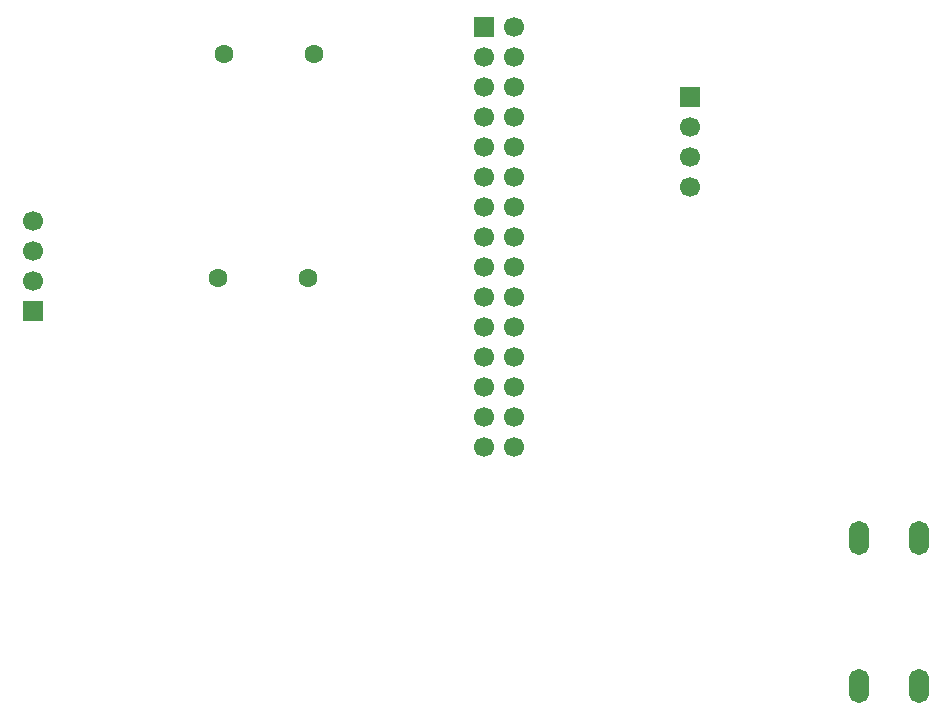
<source format=gbl>
G04 #@! TF.GenerationSoftware,KiCad,Pcbnew,9.0.2*
G04 #@! TF.CreationDate,2025-07-10T22:40:58-04:00*
G04 #@! TF.ProjectId,Temperature Sensor PCB,54656d70-6572-4617-9475-72652053656e,rev?*
G04 #@! TF.SameCoordinates,Original*
G04 #@! TF.FileFunction,Copper,L2,Bot*
G04 #@! TF.FilePolarity,Positive*
%FSLAX46Y46*%
G04 Gerber Fmt 4.6, Leading zero omitted, Abs format (unit mm)*
G04 Created by KiCad (PCBNEW 9.0.2) date 2025-07-10 22:40:58*
%MOMM*%
%LPD*%
G01*
G04 APERTURE LIST*
G04 #@! TA.AperFunction,ComponentPad*
%ADD10R,1.700000X1.700000*%
G04 #@! TD*
G04 #@! TA.AperFunction,ComponentPad*
%ADD11C,1.700000*%
G04 #@! TD*
G04 #@! TA.AperFunction,ComponentPad*
%ADD12C,1.600000*%
G04 #@! TD*
G04 #@! TA.AperFunction,ComponentPad*
%ADD13O,1.700000X2.900000*%
G04 #@! TD*
G04 APERTURE END LIST*
D10*
X97115000Y-95690000D03*
D11*
X97115000Y-98230000D03*
X97115000Y-100770000D03*
X97115000Y-103310000D03*
D10*
X79725000Y-89720000D03*
D11*
X82265000Y-89720000D03*
X79725000Y-92260000D03*
X82265000Y-92260000D03*
X79725000Y-94800000D03*
X82265000Y-94800000D03*
X79725000Y-97340000D03*
X82265000Y-97340000D03*
X79725000Y-99880000D03*
X82265000Y-99880000D03*
X79725000Y-102420000D03*
X82265000Y-102420000D03*
X79725000Y-104960000D03*
X82265000Y-104960000D03*
X79725000Y-107500000D03*
X82265000Y-107500000D03*
X79725000Y-110040000D03*
X82265000Y-110040000D03*
X79725000Y-112580000D03*
X82265000Y-112580000D03*
X79725000Y-115120000D03*
X82265000Y-115120000D03*
X79725000Y-117660000D03*
X82265000Y-117660000D03*
X79725000Y-120200000D03*
X82265000Y-120200000D03*
X79725000Y-122740000D03*
X82265000Y-122740000D03*
X79725000Y-125280000D03*
X82265000Y-125280000D03*
D12*
X57190000Y-111000000D03*
X64810000Y-111000000D03*
D10*
X41500000Y-113810000D03*
D11*
X41500000Y-111270000D03*
X41500000Y-108730000D03*
X41500000Y-106190000D03*
D13*
X111500000Y-145500000D03*
X111500000Y-133000000D03*
X116500000Y-145500000D03*
X116500000Y-133000000D03*
D12*
X57690000Y-92000000D03*
X65310000Y-92000000D03*
M02*

</source>
